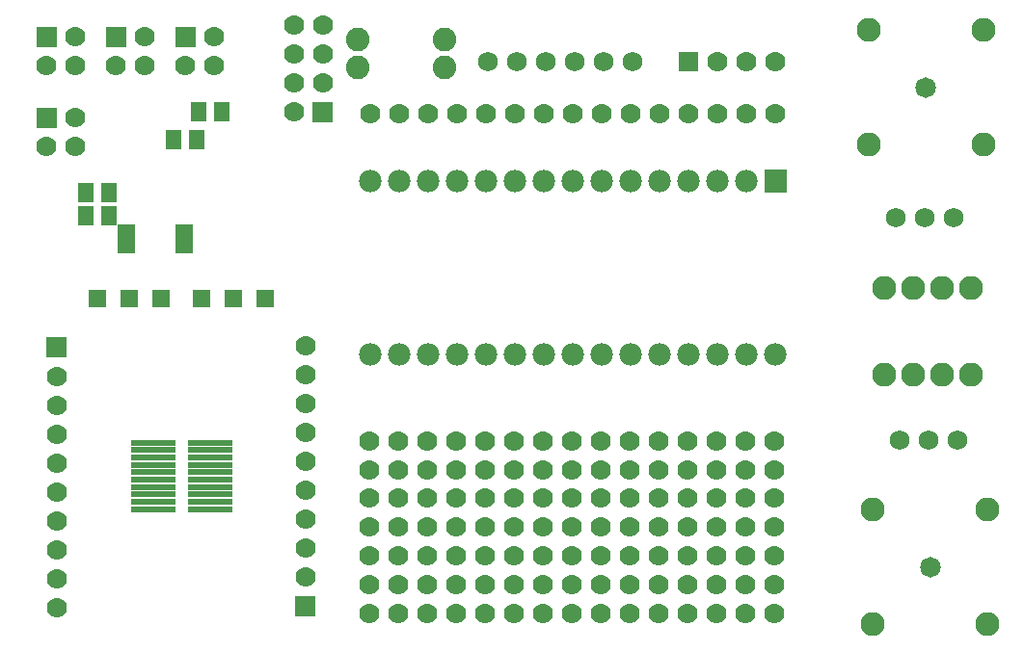
<source format=gts>
G04 Layer: TopSolderMaskLayer*
G04 EasyEDA v6.1.30, Mon, 13 May 2019 14:05:24 GMT*
G04 ec786ea291e64042a76a9efa09ec0a6e,e7f1f9e1ee6f4799bc2d14f0a93ba244,10*
G04 Gerber Generator version 0.2*
G04 Scale: 100 percent, Rotated: No, Reflected: No *
G04 Dimensions in inches *
G04 leading zeros omitted , absolute positions ,2 integer and 4 decimal *
%FSLAX24Y24*%
%MOIN*%
G90*
G70D02*

%ADD19R,0.070000X0.070000*%
%ADD20C,0.070000*%
%ADD32R,0.063118X0.063118*%
%ADD34C,0.078000*%
%ADD35C,0.071500*%
%ADD36C,0.083500*%
%ADD37C,0.068000*%
%ADD38R,0.053670X0.065087*%
%ADD39C,0.082000*%
%ADD40R,0.158000X0.024000*%
%ADD41R,0.059181X0.019800*%
%ADD42C,0.083000*%

%LPD*%
G54D32*
G01X8950Y12350D03*
G01X7850Y12350D03*
G01X6750Y12350D03*
G01X5350Y12350D03*
G01X4250Y12350D03*
G01X3150Y12350D03*
G54D20*
G01X26550Y7400D03*
G01X25550Y7400D03*
G01X24550Y7400D03*
G01X23550Y7400D03*
G01X22550Y7400D03*
G01X21550Y7400D03*
G01X20550Y7400D03*
G01X19550Y7400D03*
G01X18550Y7400D03*
G01X17550Y7400D03*
G01X16550Y7400D03*
G01X15550Y7400D03*
G01X14550Y7400D03*
G01X13550Y7400D03*
G01X12550Y7400D03*
G01X26600Y18750D03*
G01X25600Y18750D03*
G01X24600Y18750D03*
G01X23600Y18750D03*
G01X22600Y18750D03*
G01X21600Y18750D03*
G01X20600Y18750D03*
G01X19600Y18750D03*
G01X18600Y18750D03*
G01X17600Y18750D03*
G01X16600Y18750D03*
G01X15600Y18750D03*
G01X14600Y18750D03*
G01X13600Y18750D03*
G01X12600Y18750D03*
G01X1750Y1650D03*
G01X1750Y2650D03*
G01X1750Y3650D03*
G01X1750Y4650D03*
G01X1750Y5650D03*
G01X1750Y6650D03*
G01X1750Y7650D03*
G01X1750Y8650D03*
G01X1750Y9650D03*
G36*
G01X1400Y10300D02*
G01X1400Y11000D01*
G01X2100Y11000D01*
G01X2100Y10300D01*
G01X1400Y10300D01*
G37*
G01X10350Y10700D03*
G01X10350Y9700D03*
G01X10350Y8700D03*
G01X10350Y7700D03*
G01X10350Y6700D03*
G01X10350Y5700D03*
G01X10350Y4700D03*
G01X10350Y3700D03*
G01X10350Y2700D03*
G36*
G01X10000Y1350D02*
G01X10000Y2050D01*
G01X10700Y2050D01*
G01X10700Y1350D01*
G01X10000Y1350D01*
G37*
G36*
G01X26210Y16009D02*
G01X26210Y16790D01*
G01X26989Y16790D01*
G01X26989Y16009D01*
G01X26210Y16009D01*
G37*
G54D34*
G01X25600Y16400D03*
G01X24600Y16400D03*
G01X23600Y16400D03*
G01X22600Y16400D03*
G01X21600Y16400D03*
G01X20600Y16400D03*
G01X19600Y16400D03*
G01X18600Y16400D03*
G01X17600Y16400D03*
G01X16600Y16400D03*
G01X15600Y16400D03*
G01X14600Y16400D03*
G01X13600Y16400D03*
G01X12600Y16400D03*
G01X26600Y10400D03*
G01X25600Y10400D03*
G01X24600Y10400D03*
G01X23600Y10400D03*
G01X22600Y10400D03*
G01X21600Y10400D03*
G01X20600Y10400D03*
G01X19600Y10400D03*
G01X18600Y10400D03*
G01X17600Y10400D03*
G01X16600Y10400D03*
G01X15600Y10400D03*
G01X14600Y10400D03*
G01X13600Y10400D03*
G01X12600Y10400D03*
G54D35*
G01X31800Y19650D03*
G54D36*
G01X33789Y21640D03*
G01X29810Y17659D03*
G01X33789Y17659D03*
G01X29810Y21640D03*
G54D35*
G01X31950Y3050D03*
G54D36*
G01X33939Y5040D03*
G01X29960Y1059D03*
G01X33939Y1059D03*
G01X29960Y5040D03*
G54D37*
G01X31896Y7450D03*
G01X30896Y7450D03*
G01X32904Y7450D03*
G01X31746Y15150D03*
G01X30746Y15150D03*
G01X32753Y15150D03*
G01X21650Y20550D03*
G01X20650Y20550D03*
G01X19650Y20550D03*
G01X18650Y20550D03*
G01X17650Y20550D03*
G01X16650Y20550D03*
G54D38*
G01X5800Y17850D03*
G01X6600Y17850D03*
G01X6650Y18800D03*
G01X7450Y18800D03*
G54D39*
G01X15150Y20350D03*
G01X12150Y20350D03*
G01X15150Y21300D03*
G01X12150Y21300D03*
G54D40*
G01X5100Y7351D03*
G01X5100Y7095D03*
G01X5100Y6839D03*
G01X5100Y6583D03*
G01X5100Y6327D03*
G01X5100Y6071D03*
G01X5100Y5816D03*
G01X5100Y5560D03*
G01X5100Y5304D03*
G01X5100Y5048D03*
G01X7050Y5048D03*
G01X7050Y5304D03*
G01X7050Y5560D03*
G01X7050Y5816D03*
G01X7050Y6071D03*
G01X7050Y6327D03*
G01X7050Y6583D03*
G01X7050Y6839D03*
G01X7050Y7095D03*
G01X7050Y7351D03*
G36*
G01X10600Y18450D02*
G01X10600Y19150D01*
G01X11300Y19150D01*
G01X11300Y18450D01*
G01X10600Y18450D01*
G37*
G54D20*
G01X9950Y18800D03*
G01X10950Y19800D03*
G01X9950Y19800D03*
G01X10950Y20800D03*
G01X9950Y20800D03*
G01X10950Y21800D03*
G01X9950Y21800D03*
G36*
G01X5863Y13909D02*
G01X5863Y14107D01*
G01X6455Y14107D01*
G01X6455Y13909D01*
G01X5863Y13909D01*
G37*
G36*
G01X5863Y14105D02*
G01X5863Y14303D01*
G01X6455Y14303D01*
G01X6455Y14105D01*
G01X5863Y14105D01*
G37*
G36*
G01X5863Y14303D02*
G01X5863Y14501D01*
G01X6455Y14501D01*
G01X6455Y14303D01*
G01X5863Y14303D01*
G37*
G36*
G01X5863Y14500D02*
G01X5863Y14698D01*
G01X6455Y14698D01*
G01X6455Y14500D01*
G01X5863Y14500D01*
G37*
G36*
G01X5863Y14696D02*
G01X5863Y14894D01*
G01X6455Y14894D01*
G01X6455Y14696D01*
G01X5863Y14696D01*
G37*
G54D41*
G01X4165Y14794D03*
G36*
G01X3869Y14496D02*
G01X3869Y14694D01*
G01X4461Y14694D01*
G01X4461Y14496D01*
G01X3869Y14496D01*
G37*
G36*
G01X3869Y14300D02*
G01X3869Y14498D01*
G01X4461Y14498D01*
G01X4461Y14300D01*
G01X3869Y14300D01*
G37*
G36*
G01X3869Y14103D02*
G01X3869Y14301D01*
G01X4461Y14301D01*
G01X4461Y14103D01*
G01X3869Y14103D01*
G37*
G36*
G01X3869Y13907D02*
G01X3869Y14105D01*
G01X4461Y14105D01*
G01X4461Y13907D01*
G01X3869Y13907D01*
G37*
G54D38*
G01X2750Y15200D03*
G01X3550Y15200D03*
G01X2750Y16000D03*
G01X3550Y16000D03*
G54D42*
G01X30350Y9700D03*
G01X31350Y9700D03*
G01X32350Y9700D03*
G01X33350Y9700D03*
G01X33350Y12700D03*
G01X32350Y12700D03*
G01X31350Y12700D03*
G01X30350Y12700D03*
G36*
G01X1050Y18250D02*
G01X1050Y18950D01*
G01X1750Y18950D01*
G01X1750Y18250D01*
G01X1050Y18250D01*
G37*
G54D20*
G01X2400Y18600D03*
G01X1400Y17600D03*
G01X2400Y17600D03*
G36*
G01X3450Y21050D02*
G01X3450Y21750D01*
G01X4150Y21750D01*
G01X4150Y21050D01*
G01X3450Y21050D01*
G37*
G01X4800Y21400D03*
G01X3800Y20400D03*
G01X4800Y20400D03*
G36*
G01X1050Y21050D02*
G01X1050Y21750D01*
G01X1750Y21750D01*
G01X1750Y21050D01*
G01X1050Y21050D01*
G37*
G01X2400Y21400D03*
G01X1400Y20400D03*
G01X2400Y20400D03*
G54D19*
G01X23600Y20550D03*
G54D20*
G01X24600Y20550D03*
G01X25600Y20550D03*
G01X26600Y20550D03*
G36*
G01X5850Y21050D02*
G01X5850Y21750D01*
G01X6550Y21750D01*
G01X6550Y21050D01*
G01X5850Y21050D01*
G37*
G01X7200Y21400D03*
G01X6200Y20400D03*
G01X7200Y20400D03*
G01X26550Y6400D03*
G01X25550Y6400D03*
G01X24550Y6400D03*
G01X23550Y6400D03*
G01X22550Y6400D03*
G01X21550Y6400D03*
G01X20550Y6400D03*
G01X19550Y6400D03*
G01X18550Y6400D03*
G01X17550Y6400D03*
G01X16550Y6400D03*
G01X15550Y6400D03*
G01X14550Y6400D03*
G01X13550Y6400D03*
G01X12550Y6400D03*
G01X26550Y5450D03*
G01X25550Y5450D03*
G01X24550Y5450D03*
G01X23550Y5450D03*
G01X22550Y5450D03*
G01X21550Y5450D03*
G01X20550Y5450D03*
G01X19550Y5450D03*
G01X18550Y5450D03*
G01X17550Y5450D03*
G01X16550Y5450D03*
G01X15550Y5450D03*
G01X14550Y5450D03*
G01X13550Y5450D03*
G01X12550Y5450D03*
G01X26550Y4450D03*
G01X25550Y4450D03*
G01X24550Y4450D03*
G01X23550Y4450D03*
G01X22550Y4450D03*
G01X21550Y4450D03*
G01X20550Y4450D03*
G01X19550Y4450D03*
G01X18550Y4450D03*
G01X17550Y4450D03*
G01X16550Y4450D03*
G01X15550Y4450D03*
G01X14550Y4450D03*
G01X13550Y4450D03*
G01X12550Y4450D03*
G01X26550Y3450D03*
G01X25550Y3450D03*
G01X24550Y3450D03*
G01X23550Y3450D03*
G01X22550Y3450D03*
G01X21550Y3450D03*
G01X20550Y3450D03*
G01X19550Y3450D03*
G01X18550Y3450D03*
G01X17550Y3450D03*
G01X16550Y3450D03*
G01X15550Y3450D03*
G01X14550Y3450D03*
G01X13550Y3450D03*
G01X12550Y3450D03*
G01X26550Y2450D03*
G01X25550Y2450D03*
G01X24550Y2450D03*
G01X23550Y2450D03*
G01X22550Y2450D03*
G01X21550Y2450D03*
G01X20550Y2450D03*
G01X19550Y2450D03*
G01X18550Y2450D03*
G01X17550Y2450D03*
G01X16550Y2450D03*
G01X15550Y2450D03*
G01X14550Y2450D03*
G01X13550Y2450D03*
G01X12550Y2450D03*
G01X26550Y1450D03*
G01X25550Y1450D03*
G01X24550Y1450D03*
G01X23550Y1450D03*
G01X22550Y1450D03*
G01X21550Y1450D03*
G01X20550Y1450D03*
G01X19550Y1450D03*
G01X18550Y1450D03*
G01X17550Y1450D03*
G01X16550Y1450D03*
G01X15550Y1450D03*
G01X14550Y1450D03*
G01X13550Y1450D03*
G01X12550Y1450D03*
M00*
M02*

</source>
